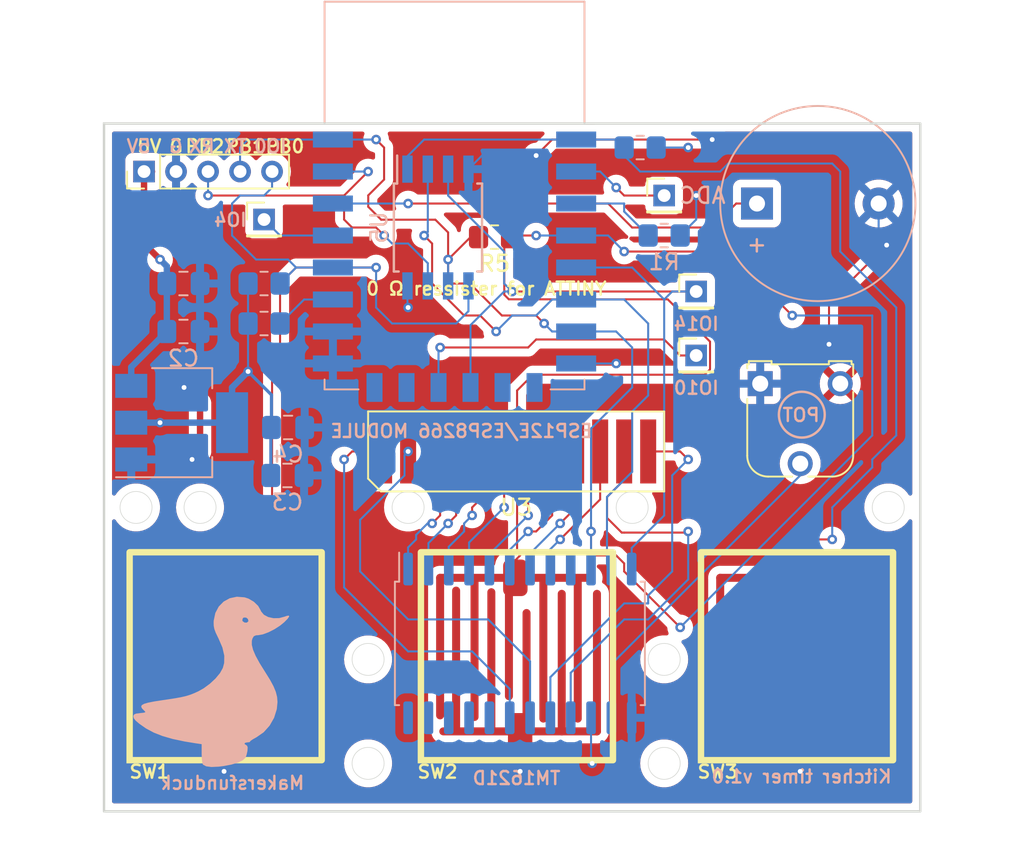
<source format=kicad_pcb>
(kicad_pcb (version 20221018) (generator pcbnew)
  (layers (0 "F.Cu" mixed "Front") (31 "B.Cu" signal "Back") (34 "B.Paste" user) (35 "F.Paste" user) (36 "B.SilkS" user "B.Silkscreen") (37 "F.SilkS" user "F.Silkscreen") (38 "B.Mask" user) (39 "F.Mask" user) (44 "Edge.Cuts" user))
  (net 0 "")
  (net 1 "IO5")
  (net 2 "5V")
  (net 3 "ADC")
  (net 4 "IO0")
  (net 5 "IO14")
  (net 6 "IO12")
  (net 7 "CSO")
  (net 8 "MISO")
  (net 9 "IO13")
  (net 10 "IO10")
  (net 11 "MOSI")
  (net 12 "SCLK")
  (net 13 "RST")
  (net 14 "GND")
  (net 15 "IO4")
  (net 16 "Net-(U1-EN)")
  (net 17 "Net-(U1-GPIO2)")
  (net 18 "SEG1")
  (net 19 "SEG2")
  (net 20 "SEG3")
  (net 21 "SEG4")
  (net 22 "SEG5")
  (net 23 "SEG6")
  (net 24 "SEG8")
  (net 26 "Net-(U2-VLCD)")
  (net 27 "COM0")
  (net 28 "COM1")
  (net 29 "COM2")
  (net 30 "COM3")
  (net 31 "SEG7")
  (net 37 "+3.3V")
  (net 38 "PB2")
  (net 39 "IO16")
  (footprint "lcd:contact pad" (layer "F.Cu") (at 130.8 110 90)
    (fp_text reference "SW2" hide)
    (fp_text value "SW_Push" hide)
  )
  (footprint "Resistor_SMD:R_0805_2012Metric_Pad1.20x1.40mm_HandSolder" (layer "F.Cu") (at 124.4 84.1 180)
    (fp_text reference "R5")
    (fp_text value "0Ω")
  )
  (footprint "Connector_PinHeader_2.00mm:PinHeader_1x01_P2.00mm_Vertical" (layer "F.Cu") (at 135 81.5)
    (fp_text reference "J5" hide)
    (fp_text value "Conn_01x01")
  )
  (footprint "lcd:contact pad" (layer "F.Cu") (at 112.6 110 90)
    (fp_text reference "SW1" hide)
    (fp_text value "SW_Push" hide)
  )
  (footprint "Potentiometer_THT:Potentiometer_Runtron_RM-065_Vertical" (layer "F.Cu") (at 141 93.26)
    (fp_text reference "RV1" hide)
    (fp_text value "R_Potentiometer" hide)
  )
  (footprint "lcd:bare-lcd-footprint12" (layer "F.Cu") (at 125.75 97.5)
    (fp_text reference "U3")
    (fp_text value "bare-lcd")
  )
  (footprint "lcd:contact pad" (layer "F.Cu") (at 148.3 110 90)
    (fp_text reference "SW3" hide)
    (fp_text value "SW_Push" hide)
  )
  (footprint "Connector_PinHeader_2.00mm:PinHeader_1x01_P2.00mm_Vertical" (layer "F.Cu") (at 110 83)
    (fp_text reference "J4" hide)
    (fp_text value "Conn_01x01" hide)
  )
  (footprint "Connector_PinHeader_2.00mm:PinHeader_1x01_P2.00mm_Vertical" (layer "F.Cu") (at 137 87.5)
    (fp_text reference "J2" hide)
    (fp_text value "Conn_01x01" hide)
  )
  (footprint "Connector_PinHeader_2.00mm:PinHeader_1x01_P2.00mm_Vertical" (layer "F.Cu") (at 137 91.5)
    (fp_text reference "J3" hide)
    (fp_text value "Conn_01x01" hide)
  )
  (footprint "Connector_PinHeader_2.00mm:PinHeader_1x05_P2.00mm_Vertical" (layer "F.Cu") (at 102.5 80 90)
    (fp_text reference "J1" hide)
    (fp_text value "Conn_01x05" hide)
  )
  (footprint "Resistor_SMD:R_0805_2012Metric_Pad1.20x1.40mm_HandSolder" (layer "B.Cu") (at 133.5 78.5 180)
    (fp_text reference "R2" hide)
    (fp_text value "1k")
  )
  (footprint "Capacitor_SMD:C_0805_2012Metric_Pad1.18x1.45mm_HandSolder" (layer "B.Cu") (at 111.4625 99)
    (fp_text reference "C3")
    (fp_text value "10uF")
  )
  (footprint "Resistor_SMD:R_0805_2012Metric_Pad1.20x1.40mm_HandSolder" (layer "B.Cu") (at 110 87)
    (fp_text reference "R3" hide)
    (fp_text value "1K")
  )
  (footprint "Resistor_SMD:R_0805_2012Metric_Pad1.20x1.40mm_HandSolder" (layer "B.Cu") (at 135 84)
    (fp_text reference "R1")
    (fp_text value "1k")
  )
  (footprint "Capacitor_SMD:C_0805_2012Metric_Pad1.18x1.45mm_HandSolder" (layer "B.Cu") (at 111.5 96)
    (fp_text reference "C4")
    (fp_text value "100nF")
  )
  (footprint "Capacitor_SMD:C_0805_2012Metric_Pad1.18x1.45mm_HandSolder" (layer "B.Cu") (at 104.9625 87)
    (fp_text reference "C1" hide)
    (fp_text value "10uF")
  )
  (footprint "Package_SO:SOIC-8W_5.3x5.3mm_P1.27mm" (layer "B.Cu") (at 120.865 83.5 -90)
    (fp_text reference "U5")
    (fp_text value "ATtiny13A-S")
  )
  (footprint "lcd:duck" (layer "B.Cu") (at 108.1 113.8 180)
    (fp_text reference "G***" hide)
    (fp_text value "LOGO" hide)
  )
  (footprint "RF_Module:ESP-12E" (layer "B.Cu") (at 121.9 81.5 180)
    (fp_text reference "U1" hide)
    (fp_text value "ESP-12E")
  )
  (footprint "Package_TO_SOT_SMD:SOT-223-3_TabPin2" (layer "B.Cu") (at 104.85 95.7)
    (fp_text reference "U4" hide)
    (fp_text value "AMS1117-3.3")
  )
  (footprint "Capacitor_SMD:C_0805_2012Metric_Pad1.18x1.45mm_HandSolder" (layer "B.Cu") (at 104.9625 90)
    (fp_text reference "C2")
    (fp_text value "100nF")
  )
  (footprint "Buzzer_Beeper:Buzzer_12x9.5RM7.6" (layer "B.Cu") (at 140.8 82)
    (fp_text reference "BZ1" hide)
    (fp_text value "Buzzer")
  )
  (footprint "Resistor_SMD:R_0805_2012Metric_Pad1.20x1.40mm_HandSolder" (layer "B.Cu") (at 110 89.5)
    (fp_text reference "R4" hide)
    (fp_text value "1k")
  )
  (footprint "Package_SO:SOIC-24W_7.5x15.4mm_P1.27mm" (layer "B.Cu") (at 125.985 109.5 -90)
    (fp_text reference "U2" hide)
    (fp_text value "TM1621D")
  )
  (gr_circle (center 143.6 95.2) (end 144.9 95.801785) (stroke (width 0.1524)) (fill none) (layer "B.SilkS"))
  (gr_rect (start 100 77) (end 151 120) (stroke (width 0.15)) (fill none) (layer "Edge.Cuts"))
  (gr_circle (center 149 101) (end 150 101) (stroke (width 0.0381)) (fill none) (layer "Edge.Cuts"))
  (gr_circle (center 116.5 117) (end 117.5 117) (stroke (width 0.0381)) (fill none) (layer "Edge.Cuts"))
  (gr_circle (center 133 101) (end 134 101) (stroke (width 0.0381)) (fill none) (layer "Edge.Cuts"))
  (gr_circle (center 135 110.5) (end 136 110.5) (stroke (width 0.0381)) (fill none) (layer "Edge.Cuts"))
  (gr_circle (center 106 101) (end 107 101) (stroke (width 0.0381)) (fill none) (layer "Edge.Cuts"))
  (gr_circle (center 102 101) (end 103 101) (stroke (width 0.0381)) (fill none) (layer "Edge.Cuts"))
  (gr_circle (center 135 117) (end 136 117) (stroke (width 0.0381)) (fill none) (layer "Edge.Cuts"))
  (gr_circle (center 116.5 110.5) (end 117.5 110.5) (stroke (width 0.0381)) (fill none) (layer "Edge.Cuts"))
  (gr_circle (center 119 101) (end 120 101) (stroke (width 0.0381)) (fill none) (layer "Edge.Cuts"))
  (gr_text "IO4" (at 109 83.5) (layer "B.SilkS") (effects (font (size 0.8128 0.8128) (thickness 0.1524) bold) (justify left bottom mirror)))
  (gr_text "POT" (at 144.8 95.7) (layer "B.SilkS") (effects (font (size 0.8128 0.8128) (thickness 0.1524) bold) (justify left bottom mirror)))
  (gr_text "TX" (at 109 78.9) (layer "B.SilkS") (effects (font (size 0.8128 0.8128) (thickness 0.1524) bold) (justify left bottom mirror)))
  (gr_text "TM1621D" (at 128.6 118.4) (layer "B.SilkS") (effects (font (size 0.8128 0.8128) (thickness 0.1524) bold) (justify left bottom mirror)))
  (gr_text "Makersfunduck" (at 112.6 118.7) (layer "B.SilkS") (effects (font (size 0.8128 0.8128) (thickness 0.1524) bold) (justify left bottom mirror)))
  (gr_text "IO10" (at 138.5 94) (layer "B.SilkS") (effects (font (size 0.8128 0.8128) (thickness 0.1524) bold) (justify left bottom mirror)))
  (gr_text "ADC" (at 137.4 81.5) (layer "B.SilkS") (effects (font (size 1 1)) (justify mirror)))
  (gr_text "ESP12E/ESP8266 MODULE\n" (at 130.6 96.7) (layer "B.SilkS") (effects (font (size 0.8128 0.8128) (thickness 0.1524) bold) (justify left bottom mirror)))
  (gr_text "IO14" (at 138.5 90) (layer "B.SilkS") (effects (font (size 0.8128 0.8128) (thickness 0.1524) bold) (justify left bottom mirror)))
  (gr_text "RX" (at 107 78.9) (layer "B.SilkS") (effects (font (size 0.8128 0.8128) (thickness 0.1524) bold) (justify left bottom mirror)))
  (gr_text "Kitcher timer v1.0" (at 149.3 118.3) (layer "B.SilkS") (effects (font (size 0.8128 0.8128) (thickness 0.1524) bold) (justify left bottom mirror)))
  (gr_text "IO0" (at 111.5 78.9) (layer "B.SilkS") (effects (font (size 0.8128 0.8128) (thickness 0.1524) bold) (justify left bottom mirror)))
  (gr_text "G" (at 105 78.9) (layer "B.SilkS") (effects (font (size 0.8128 0.8128) (thickness 0.1524) bold) (justify left bottom mirror)))
  (gr_text "5V" (at 103 78.9) (layer "B.SilkS") (effects (font (size 0.8128 0.8128) (thickness 0.1524) bold) (justify left bottom mirror)))
  (gr_text "SW3" (at 137 118) (layer "F.SilkS") (effects (font (size 0.8128 0.8128) (thickness 0.1524) bold) (justify left bottom)))
  (gr_text "G" (at 104 78.9) (layer "F.SilkS") (effects (font (size 0.8128 0.8128) (thickness 0.1524) bold) (justify left bottom)))
  (gr_text "PB1" (at 107.53 78.9) (layer "F.SilkS") (effects (font (size 0.8128 0.8128) (thickness 0.1524) bold) (justify left bottom)))
  (gr_text "PB2\n" (at 105 78.9) (layer "F.SilkS") (effects (font (size 0.8128 0.8128) (thickness 0.1524) bold) (justify left bottom)))
  (gr_text "PB0" (at 110 78.9) (layer "F.SilkS") (effects (font (size 0.8128 0.8128) (thickness 0.1524) bold) (justify left bottom)))
  (gr_text "SW2\n" (at 119.5 118) (layer "F.SilkS") (effects (font (size 0.8128 0.8128) (thickness 0.1524) bold) (justify left bottom)))
  (gr_text "5V" (at 102 78.9) (layer "F.SilkS") (effects (font (size 0.8128 0.8128) (thickness 0.1524) bold) (justify left bottom)))
  (gr_text "0 Ω ressister for ATTINY" (at 116.3 87.8) (layer "F.SilkS") (effects (font (size 0.8128 0.8128) (thickness 0.1524) bold) (justify left bottom)))
  (gr_text "SW1" (at 101.5 118) (layer "F.SilkS") (effects (font (size 0.8128 0.8128) (thickness 0.1524) bold) (justify left bottom)))
  (segment (start 138 83.5) (end 139.5 82) (width 0.127) (layer "F.Cu") (net 1))
  (segment (start 131.5 82) (end 133 83.5) (width 0.127) (layer "F.Cu") (net 1))
  (segment (start 139.5 82) (end 140.9 82) (width 0.127) (layer "F.Cu") (net 1))
  (segment (start 119 82) (end 131.5 82) (width 0.127) (layer "F.Cu") (net 1))
  (segment (start 133 83.5) (end 138 83.5) (width 0.127) (layer "F.Cu") (net 1))
  (via (at 119 82) (size 0.6) (drill 0.3) (layers "F.Cu" "B.Cu") (net 1))
  (segment (start 114.3 82) (end 119 82) (width 0.127) (layer "B.Cu") (net 1))
  (segment (start 102.5 80.5) (end 102.5 84.5) (width 0.4) (layer "F.Cu") (net 2))
  (segment (start 102.5 84.5) (end 103.5 85.5) (width 0.4) (layer "F.Cu") (net 2))
  (segment (start 103 80) (end 102.5 80.5) (width 0.4) (layer "F.Cu") (net 2))
  (via (at 103.5 85.5) (size 0.6) (drill 0.3) (layers "F.Cu" "B.Cu") (net 2))
  (segment (start 103.925 87) (end 103.925 90) (width 0.4) (layer "B.Cu") (net 2))
  (segment (start 101.7 93.4) (end 101.7 92.225) (width 0.4) (layer "B.Cu") (net 2))
  (segment (start 103.925 87) (end 103.925 85.925) (width 0.4) (layer "B.Cu") (net 2))
  (segment (start 101.7 92.225) (end 103.925 90) (width 0.4) (layer "B.Cu") (net 2))
  (segment (start 103.925 85.925) (end 103.5 85.5) (width 0.4) (layer "B.Cu") (net 2))
  (segment (start 132 81) (end 132.5 81.5) (width 0.127) (layer "F.Cu") (net 3))
  (segment (start 132.5 81.5) (end 135 81.5) (width 0.127) (layer "F.Cu") (net 3))
  (via (at 132 81) (size 0.6) (drill 0.3) (layers "F.Cu" "B.Cu") (net 3))
  (segment (start 129.5 80) (end 131 80) (width 0.127) (layer "B.Cu") (net 3))
  (segment (start 131 80) (end 132 81) (width 0.127) (layer "B.Cu") (net 3))
  (segment (start 112 86) (end 111 87) (width 0.127) (layer "F.Cu") (net 4))
  (segment (start 110.5 101.5) (end 109 103) (width 0.127) (layer "F.Cu") (net 4))
  (segment (start 117 86) (end 112 86) (width 0.127) (layer "F.Cu") (net 4))
  (segment (start 107.5 103.5) (end 107.5 104.9595) (width 0.127) (layer "F.Cu") (net 4))
  (segment (start 111 92) (end 110.5 92.5) (width 0.127) (layer "F.Cu") (net 4))
  (segment (start 111 87) (end 111 92) (width 0.127) (layer "F.Cu") (net 4))
  (segment (start 109 103) (end 108 103) (width 0.127) (layer "F.Cu") (net 4))
  (segment (start 108 104.9) (end 107.9405 104.9595) (width 0.127) (layer "F.Cu") (net 4))
  (segment (start 110.5 92.5) (end 110.5 101.5) (width 0.127) (layer "F.Cu") (net 4))
  (segment (start 108 103) (end 107.5 103.5) (width 0.127) (layer "F.Cu") (net 4))
  (via (at 117 86) (size 0.6) (drill 0.3) (layers "F.Cu" "B.Cu") (net 4))
  (segment (start 122 89.5) (end 122.77 88.73) (width 0.127) (layer "B.Cu") (net 4))
  (segment (start 111 87) (end 112 86) (width 0.127) (layer "B.Cu") (net 4))
  (segment (start 117 86) (end 117 88.5) (width 0.127) (layer "B.Cu") (net 4))
  (segment (start 108 82) (end 108 84) (width 0.127) (layer "B.Cu") (net 4))
  (segment (start 108 84) (end 109.5 85.5) (width 0.127) (layer "B.Cu") (net 4))
  (segment (start 111.5 85.5) (end 112 86) (width 0.127) (layer "B.Cu") (net 4))
  (segment (start 117 88.5) (end 118 89.5) (width 0.127) (layer "B.Cu") (net 4))
  (segment (start 114.3 86) (end 117 86) (width 0.127) (layer "B.Cu") (net 4))
  (segment (start 122.77 88.73) (end 122.77 87.15) (width 0.127) (layer "B.Cu") (net 4))
  (segment (start 109.5 85.5) (end 111.5 85.5) (width 0.127) (layer "B.Cu") (net 4))
  (segment (start 110 81.5) (end 110.5 81) (width 0.127) (layer "B.Cu") (net 4))
  (segment (start 108.5 81.5) (end 110 81.5) (width 0.127) (layer "B.Cu") (net 4))
  (segment (start 110.5 81) (end 110.5 80) (width 0.127) (layer "B.Cu") (net 4))
  (segment (start 112 86) (end 114.3 86) (width 0.127) (layer "B.Cu") (net 4))
  (segment (start 118 89.5) (end 122 89.5) (width 0.127) (layer "B.Cu") (net 4))
  (segment (start 108 82) (end 108.5 81.5) (width 0.127) (layer "B.Cu") (net 4))
  (segment (start 125.5 87.5) (end 137 87.5) (width 0.127) (layer "F.Cu") (net 5))
  (via (at 125.5 87.5) (size 0.6) (drill 0.3) (layers "F.Cu" "B.Cu") (net 5))
  (segment (start 121.5 81.5) (end 125 85) (width 0.127) (layer "B.Cu") (net 5))
  (segment (start 121.5 79.85) (end 121.5 81.5) (width 0.127) (layer "B.Cu") (net 5))
  (segment (start 135 88) (end 135.5 87.5) (width 0.127) (layer "B.Cu") (net 5))
  (segment (start 133 86) (end 135 88) (width 0.127) (layer "B.Cu") (net 5))
  (segment (start 125 87.5) (end 125.5 87.5) (width 0.127) (layer "B.Cu") (net 5))
  (segment (start 135 88) (end 135 101.5) (width 0.127) (layer "B.Cu") (net 5))
  (segment (start 129.5 86) (end 133 86) (width 0.127) (layer "B.Cu") (net 5))
  (segment (start 132.97 103.53) (end 132.97 104.85) (width 0.127) (layer "B.Cu") (net 5))
  (segment (start 122.9 89.6) (end 125 87.5) (width 0.127) (layer "B.Cu") (net 5))
  (segment (start 125 87) (end 125.5 87.5) (width 0.127) (layer "B.Cu") (net 5))
  (segment (start 135.5 87.5) (end 137 87.5) (width 0.127) (layer "B.Cu") (net 5))
  (segment (start 135 101.5) (end 132.97 103.53) (width 0.127) (layer "B.Cu") (net 5))
  (segment (start 125 85) (end 125 87) (width 0.127) (layer "B.Cu") (net 5))
  (segment (start 122.9 93.5) (end 122.9 89.6) (width 0.127) (layer "B.Cu") (net 5))
  (segment (start 120.5 87) (end 120.5 84.5) (width 0.127) (layer "F.Cu") (net 6))
  (segment (start 122.5 89) (end 120.5 87) (width 0.127) (layer "F.Cu") (net 6))
  (segment (start 123.5 89) (end 122.5 89) (width 0.127) (layer "F.Cu") (net 6))
  (segment (start 124.5 90) (end 123.5 89) (width 0.127) (layer "F.Cu") (net 6))
  (segment (start 120.5 84.5) (end 120 84) (width 0.127) (layer "F.Cu") (net 6))
  (via (at 124.5 90) (size 0.6) (drill 0.3) (layers "F.Cu" "B.Cu") (net 6))
  (via (at 120 84) (size 0.6) (drill 0.3) (layers "F.Cu" "B.Cu") (net 6))
  (segment (start 127 89) (end 128 88) (width 0.127) (layer "B.Cu") (net 6))
  (segment (start 133 95) (end 134 94) (width 0.127) (layer "B.Cu") (net 6))
  (segment (start 131.425991 104.575991) (end 131.425991 100.348736) (width 0.127) (layer "B.Cu") (net 6))
  (segment (start 125.5 89) (end 127 89) (width 0.127) (layer "B.Cu") (net 6))
  (segment (start 124.5 90) (end 125.5 89) (width 0.127) (layer "B.Cu") (net 6))
  (segment (start 120.23 83.77) (end 120.23 79.85) (width 0.127) (layer "B.Cu") (net 6))
  (segment (start 120 84) (end 120.23 83.77) (width 0.127) (layer "B.Cu") (net 6))
  (segment (start 133 98.774727) (end 133 95) (width 0.127) (layer "B.Cu") (net 6))
  (segment (start 134 94) (end 134 89.5) (width 0.127) (layer "B.Cu") (net 6))
  (segment (start 131.7 104.85) (end 131.425991 104.575991) (width 0.127) (layer "B.Cu") (net 6))
  (segment (start 132.5 88) (end 129.5 88) (width 0.127) (layer "B.Cu") (net 6))
  (segment (start 128 88) (end 129.5 88) (width 0.127) (layer "B.Cu") (net 6))
  (segment (start 134 89.5) (end 132.5 88) (width 0.127) (layer "B.Cu") (net 6))
  (segment (start 131.425991 100.348736) (end 133 98.774727) (width 0.127) (layer "B.Cu") (net 6))
  (segment (start 139 85) (end 143 89) (width 0.127) (layer "F.Cu") (net 9))
  (segment (start 117.5 80.5) (end 116.5095 81.4905) (width 0.127) (layer "F.Cu") (net 9))
  (segment (start 121.5 85.5) (end 121.5 87) (width 0.127) (layer "F.Cu") (net 9))
  (segment (start 121.5 83.806328) (end 121.5 85.5) (width 0.127) (layer "F.Cu") (net 9))
  (segment (start 132 104) (end 130.4 104) (width 0.127) (layer "F.Cu") (net 9))
  (segment (start 132.5 104.5) (end 132 104) (width 0.127) (layer "F.Cu") (net 9))
  (segment (start 123.5 84) (end 123 84) (width 0.127) (layer "F.Cu") (net 9))
  (segment (start 132.5 85) (end 139 85) (width 0.127) (layer "F.Cu") (net 9))
  (segment (start 136 108.5) (end 132.5 105) (width 0.127) (layer "F.Cu") (net 9))
  (segment (start 123 84) (end 121.5 85.5) (width 0.127) (layer "F.Cu") (net 9))
  (segment (start 130.4 104) (end 130.43 103.97) (width 0.127) (layer "F.Cu") (net 9))
  (segment (start 124.85921 89) (end 127 89) (width 0.127) (layer "F.Cu") (net 9))
  (segment (start 121.5 87) (end 122.85921 87) (width 0.127) (layer "F.Cu") (net 9))
  (segment (start 117.5 78.5) (end 117.5 80.5) (width 0.127) (layer "F.Cu") (net 9))
  (segment (start 117 78) (end 117.5 78.5) (width 0.127) (layer "F.Cu") (net 9))
  (segment (start 122.85921 87) (end 124.85921 89) (width 0.127) (layer "F.Cu") (net 9))
  (segment (start 117.315828 83.0095) (end 120.703172 83.0095) (width 0.127) (layer "F.Cu") (net 9))
  (segment (start 127 89) (end 127.5 89.5) (width 0.127) (layer "F.Cu") (net 9))
  (segment (start 120.703172 83.0095) (end 121.5 83.806328) (width 0.127) (layer "F.Cu") (net 9))
  (segment (start 130.43 103.97) (end 130.43 102.5) (width 0.127) (layer "F.Cu") (net 9))
  (segment (start 116.5095 82.203172) (end 117.315828 83.0095) (width 0.127) (layer "F.Cu") (net 9))
  (segment (start 116.5095 81.4905) (end 116.5095 82.203172) (width 0.127) (layer "F.Cu") (net 9))
  (segment (start 132.5 105) (end 132.5 104.5) (width 0.127) (layer "F.Cu") (net 9))
  (via (at 143 89) (size 0.6) (drill 0.3) (layers "F.Cu" "B.Cu") (net 9))
  (via (at 130.43 102.5) (size 0.6) (drill 0.3) (layers "F.Cu" "B.Cu") (net 9))
  (via (at 117 78) (size 0.6) (drill 0.3) (layers "F.Cu" "B.Cu") (net 9))
  (via (at 127.5 89.5) (size 0.6) (drill 0.3) (layers "F.Cu" "B.Cu") (net 9))
  (via (at 132.5 85) (size 0.6) (drill 0.3) (layers "F.Cu" "B.Cu") (net 9))
  (via (at 121.5 85.5) (size 0.6) (drill 0.3) (layers "F.Cu" "B.Cu") (net 9))
  (via (at 136 108.5) (size 0.6) (drill 0.3) (layers "F.Cu" "B.Cu") (net 9))
  (segment (start 133 91) (end 133 93.5) (width 0.127) (layer "B.Cu") (net 9))
  (segment (start 130.43 102.5) (end 130.43 104.85) (width 0.127) (layer "B.Cu") (net 9))
  (segment (start 130.43 96.07) (end 130.43 102.5) (width 0.127) (layer "B.Cu") (net 9))
  (segment (start 108.5 79.5) (end 108.5 78.5) (width 0.127) (layer "B.Cu") (net 9))
  (segment (start 129.5 90) (end 132 90) (width 0.127) (layer "B.Cu") (net 9))
  (segment (start 128 90) (end 127.5 89.5) (width 0.127) (layer "B.Cu") (net 9))
  (segment (start 132.5 85) (end 131.5 84) (width 0.127) (layer "B.Cu") (net 9))
  (segment (start 133 93.5) (end 130.43 96.07) (width 0.127) (layer "B.Cu") (net 9))
  (segment (start 121.5 87.15) (end 121.5 85.5) (width 0.127) (layer "B.Cu") (net 9))
  (segment (start 148 96.5) (end 136 108.5) (width 0.127) (layer "B.Cu") (net 9))
  (segment (start 108.5 78.5) (end 109 78) (width 0.127) (layer "B.Cu") (net 9))
  (segment (start 148 89) (end 148 96.5) (width 0.127) (layer "B.Cu") (net 9))
  (segment (start 114.3 78) (end 117 78) (width 0.127) (layer "B.Cu") (net 9))
  (segment (start 109 78) (end 114.3 78) (width 0.127) (layer "B.Cu") (net 9))
  (segment (start 131.5 84) (end 129.5 84) (width 0.127) (layer "B.Cu") (net 9))
  (segment (start 143 89) (end 148 89) (width 0.127) (layer "B.Cu") (net 9))
  (segment (start 132 90) (end 133 91) (width 0.127) (layer "B.Cu") (net 9))
  (segment (start 129.5 90) (end 128 90) (width 0.127) (layer "B.Cu") (net 9))
  (segment (start 126.5 91) (end 127 90.5) (width 0.127) (layer "F.Cu") (net 10))
  (segment (start 136 91.5) (end 137 91.5) (width 0.127) (layer "F.Cu") (net 10))
  (segment (start 127 90.5) (end 135 90.5) (width 0.127) (layer "F.Cu") (net 10))
  (segment (start 135 90.5) (end 136 91.5) (width 0.127) (layer "F.Cu") (net 10))
  (segment (start 121 91) (end 126.5 91) (width 0.127) (layer "F.Cu") (net 10))
  (via (at 121 91) (size 0.6) (drill 0.3) (layers "F.Cu" "B.Cu") (net 10))
  (segment (start 120.9 93.5) (end 120.9 91.1) (width 0.127) (layer "B.Cu") (net 10))
  (segment (start 120.9 91.1) (end 121 91) (width 0.127) (layer "B.Cu") (net 10))
  (segment (start 143.2 103.8) (end 143.2 104.9595) (width 0.127) (layer "F.Cu") (net 13))
  (segment (start 144 103) (end 143.2 103.8) (width 0.127) (layer "F.Cu") (net 13))
  (segment (start 145.5 103) (end 144 103) (width 0.127) (layer "F.Cu") (net 13))
  (via (at 145.5 103) (size 0.6) (drill 0.3) (layers "F.Cu" "B.Cu") (net 13))
  (segment (start 132.5 79) (end 133.5 80) (width 0.127) (layer "B.Cu") (net 13))
  (segment (start 120 78) (end 129.5 78) (width 0.127) (layer "B.Cu") (net 13))
  (segment (start 118.96 79.85) (end 118.96 79.04) (width 0.127) (layer "B.Cu") (net 13))
  (segment (start 139 79.5) (end 145.5 79.5) (width 0.127) (layer "B.Cu") (net 13))
  (segment (start 146 85) (end 149.5 88.5) (width 0.127) (layer "B.Cu") (net 13))
  (segment (start 118.96 79.04) (end 120 78) (width 0.127) (layer "B.Cu") (net 13))
  (segment (start 138.5 80) (end 139 79.5) (width 0.127) (layer "B.Cu") (net 13))
  (segment (start 148 98) (end 148 98.5) (width 0.127) (layer "B.Cu") (net 13))
  (segment (start 133.5 80) (end 138.5 80) (width 0.127) (layer "B.Cu") (net 13))
  (segment (start 146 80) (end 146 85) (width 0.127) (layer "B.Cu") (net 13))
  (segment (start 132 78) (end 132.5 78.5) (width 0.127) (layer "B.Cu") (net 13))
  (segment (start 149.5 96.5) (end 148 98) (width 0.127) (layer "B.Cu") (net 13))
  (segment (start 145.5 79.5) (end 146 80) (width 0.127) (layer "B.Cu") (net 13))
  (segment (start 145.5 101) (end 145.5 103) (width 0.127) (layer "B.Cu") (net 13))
  (segment (start 149.5 88.5) (end 149.5 96.5) (width 0.127) (layer "B.Cu") (net 13))
  (segment (start 148 98.5) (end 145.5 101) (width 0.127) (layer "B.Cu") (net 13))
  (segment (start 132.5 78.5) (end 132.5 79) (width 0.127) (layer "B.Cu") (net 13))
  (segment (start 129.5 78) (end 132 78) (width 0.127) (layer "B.Cu") (net 13))
  (segment (start 145.3 88.2) (end 145.3 90.8) (width 0.127) (layer "F.Cu") (net 14))
  (segment (start 128 78) (end 138 78) (width 0.127) (layer "F.Cu") (net 14))
  (segment (start 105 93.5) (end 106 94.5) (width 0.4) (layer "F.Cu") (net 14))
  (segment (start 106 97.5) (end 105.5 98) (width 0.4) (layer "F.Cu") (net 14))
  (segment (start 126 117.5) (end 126 115.4405) (width 0.127) (layer "F.Cu") (net 14))
  (segment (start 148.9 84.6) (end 145.3 88.2) (width 0.127) (layer "F.Cu") (net 14))
  (segment (start 143.5 117.5) (end 143.5 115.4405) (width 0.127) (layer "F.Cu") (net 14))
  (segment (start 107.5 115.4405) (end 107.8 115.4405) (width 0.127) (layer "F.Cu") (net 14))
  (segment (start 106 94.5) (end 106 97.5) (width 0.4) (layer "F.Cu") (net 14))
  (segment (start 107.5 117) (end 107.5 116.0405) (width 0.127) (layer "F.Cu") (net 14))
  (segment (start 127 79) (end 128 78) (width 0.127) (layer "F.Cu") (net 14))
  (segment (start 107.5 117.5) (end 107.5 115.4405) (width 0.127) (layer "F.Cu") (net 14))
  (via (at 107.5 117.5) (size 0.6) (drill 0.3) (layers "F.Cu" "B.Cu") (net 14))
  (via (at 138 78) (size 0.6) (drill 0.3) (layers "F.Cu" "B.Cu") (net 14))
  (via (at 105.5 98) (size 0.6) (drill 0.3) (layers "F.Cu" "B.Cu") (net 14))
  (via (at 148.9 84.6) (size 0.6) (drill 0.3) (layers "F.Cu" "B.Cu") (net 14))
  (via (at 143.5 117.5) (size 0.6) (drill 0.3) (layers "F.Cu" "B.Cu") (net 14))
  (via (at 126 117.5) (size 0.6) (drill 0.3) (layers "F.Cu" "B.Cu") (net 14))
  (via (at 127 79) (size 0.6) (drill 0.3) (layers "F.Cu" "B.Cu") (net 14))
  (via (at 145.3 90.8) (size 0.6) (drill 0.3) (layers "F.Cu" "B.Cu") (net 14))
  (via (at 105 93.5) (size 0.6) (drill 0.3) (layers "F.Cu" "B.Cu") (net 14))
  (segment (start 132.97 114.15) (end 132.97 116.03) (width 0.127) (layer "B.Cu") (net 14))
  (segment (start 122.77 79.85) (end 123.62 79) (width 0.127) (layer "B.Cu") (net 14))
  (segment (start 106 92.5) (end 105 93.5) (width 0.127) (layer "B.Cu") (net 14))
  (segment (start 132.97 116.03) (end 131 118) (width 0.127) (layer "B.Cu") (net 14))
  (segment (start 148.4 84.1) (end 148.9 84.6) (width 0.127) (layer "B.Cu") (net 14))
  (segment (start 131 118) (end 126.5 118) (width 0.127) (layer "B.Cu") (net 14))
  (segment (start 126.5 118) (end 126 117.5) (width 0.127) (layer "B.Cu") (net 14))
  (segment (start 142.84 93.26) (end 141 93.26) (width 0.127) (layer "B.Cu") (net 14))
  (segment (start 148.4 82) (end 148.4 84.1) (width 0.127) (layer "B.Cu") (net 14))
  (segment (start 145.3 90.8) (end 142.84 93.26) (width 0.127) (layer "B.Cu") (net 14))
  (segment (start 106 90) (end 106 92.5) (width 0.127) (layer "B.Cu") (net 14))
  (segment (start 123.62 79) (end 127 79) (width 0.127) (layer "B.Cu") (net 14))
  (segment (start 114.3 84) (end 111 84) (width 0.127) (layer "B.Cu") (net 15))
  (segment (start 111 84) (end 110 83) (width 0.127) (layer "B.Cu") (net 15))
  (segment (start 132.5 82) (end 129.5 82) (width 0.127) (layer "B.Cu") (net 16))
  (segment (start 132.5 82.5) (end 134 84) (width 0.127) (layer "B.Cu") (net 16))
  (segment (start 132.5 82) (end 132.5 82.5) (width 0.127) (layer "B.Cu") (net 16))
  (segment (start 112.5 88) (end 114.3 88) (width 0.127) (layer "B.Cu") (net 17))
  (segment (start 111 89.5) (end 112.5 88) (width 0.127) (layer "B.Cu") (net 17))
  (segment (start 121 100.5) (end 120.5 100) (width 0.127) (layer "F.Cu") (net 18))
  (segment (start 121 101.5) (end 121 100.5) (width 0.127) (layer "F.Cu") (net 18))
  (segment (start 120.5 100) (end 120.5 97.5) (width 0.127) (layer "F.Cu") (net 18))
  (segment (start 120.5 102) (end 121 101.5) (width 0.127) (layer "F.Cu") (net 18))
  (via (at 120.5 102) (size 0.6) (drill 0.3) (layers "F.Cu" "B.Cu") (net 18))
  (segment (start 120.215139 102) (end 120.5 102) (width 0.127) (layer "B.Cu") (net 18))
  (segment (start 119 103.5) (end 119.5 103) (width 0.127) (layer "B.Cu") (net 18))
  (segment (start 119 104.85) (end 119 103.5) (width 0.127) (layer "B.Cu") (net 18))
  (segment (start 119.5 102.715139) (end 120.215139 102) (width 0.127) (layer "B.Cu") (net 18))
  (segment (start 119.5 103) (end 119.5 102.715139) (width 0.127) (layer "B.Cu") (net 18))
  (segment (start 121.5 102) (end 122 101.5) (width 0.127) (layer "F.Cu") (net 19))
  (segment (start 122 101.5) (end 122 97.5) (width 0.127) (layer "F.Cu") (net 19))
  (via (at 121.5 102) (size 0.6) (drill 0.3) (layers "F.Cu" "B.Cu") (net 19))
  (segment (start 120.27 104.85) (end 120.27 103.23) (width 0.127) (layer "B.Cu") (net 19))
  (segment (start 120.27 103.23) (end 121.5 102) (width 0.127) (layer "B.Cu") (net 19))
  (segment (start 123.5 100.5) (end 123.5 97.5) (width 0.127) (layer "F.Cu") (net 20))
  (segment (start 123 101.5) (end 123 101) (width 0.127) (layer "F.Cu") (net 20))
  (segment (start 123 101) (end 123.5 100.5) (width 0.127) (layer "F.Cu") (net 20))
  (via (at 123 101.5) (size 0.6) (drill 0.3) (layers "F.Cu" "B.Cu") (net 20))
  (segment (start 122.5 102.5) (end 122.5 102) (width 0.127) (layer "B.Cu") (net 20))
  (segment (start 122.5 102) (end 123 101.5) (width 0.127) (layer "B.Cu") (net 20))
  (segment (start 121.54 103.46) (end 122.5 102.5) (width 0.127) (layer "B.Cu") (net 20))
  (segment (start 121.54 104.85) (end 121.54 103.46) (width 0.127) (layer "B.Cu") (net 20))
  (segment (start 125 101) (end 125 97.5) (width 0.127) (layer "F.Cu") (net 21))
  (via (at 125 101) (size 0.6) (drill 0.3) (layers "F.Cu" "B.Cu") (net 21))
  (segment (start 122.81 104.85) (end 122.81 103.19) (width 0.127) (layer "B.Cu") (net 21))
  (segment (start 122.81 103.19) (end 125 101) (width 0.127) (layer "B.Cu") (net 21))
  (segment (start 126.5 101.5) (end 126.5 97.5) (width 0.127) (layer "F.Cu") (net 22))
  (via (at 126.5 101.5) (size 0.6) (drill 0.3) (layers "F.Cu" "B.Cu") (net 22))
  (segment (start 124.08 103.92) (end 126.5 101.5) (width 0.127) (layer "B.Cu") (net 22))
  (segment (start 124.08 104.85) (end 124.08 103.92) (width 0.127) (layer "B.Cu") (net 22))
  (segment (start 127 102.5) (end 128 101.5) (width 0.127) (layer "F.Cu") (net 23))
  (segment (start 126.5 102.5) (end 127 102.5) (width 0.127) (layer "F.Cu") (net 23))
  (segment (start 128 101.5) (end 128 97.5) (width 0.127) (layer "F.Cu") (net 23))
  (via (at 126.5 102.5) (size 0.6) (drill 0.3) (layers "F.Cu" "B.Cu") (net 23))
  (segment (start 125.35 104.85) (end 125.35 103.65) (width 0.127) (layer "B.Cu") (net 23))
  (segment (start 125.35 103.65) (end 126.5 102.5) (width 0.127) (layer "B.Cu") (net 23))
  (segment (start 131 100.5) (end 131 97.5) (width 0.127) (layer "F.Cu") (net 24))
  (segment (start 128.5 103) (end 131 100.5) (width 0.127) (layer "F.Cu") (net 24))
  (via (at 128.5 103) (size 0.6) (drill 0.3) (layers "F.Cu" "B.Cu") (net 24))
  (segment (start 127.89 104.85) (end 127.89 103.61) (width 0.127) (layer "B.Cu") (net 24))
  (segment (start 127.89 103.61) (end 128.5 103) (width 0.127) (layer "B.Cu") (net 24))
  (segment (start 131.7 114.15) (end 131.7 110.8) (width 0.127) (layer "B.Cu") (net 26))
  (segment (start 131.7 110.8) (end 143.5 99) (width 0.127) (layer "B.Cu") (net 26))
  (segment (start 143.5 99) (end 143.5 98.26) (width 0.127) (layer "B.Cu") (net 26))
  (segment (start 131.431865 100.342862) (end 131.431865 101.657138) (width 0.127) (layer "F.Cu") (net 27))
  (segment (start 132.5 97.5) (end 132.5 99.274727) (width 0.127) (layer "F.Cu") (net 27))
  (segment (start 136.5 102.5) (end 136.42801 102.57199) (width 0.127) (layer "F.Cu") (net 27))
  (segment (start 132.5 99.274727) (end 131.431865 100.342862) (width 0.127) (layer "F.Cu") (net 27))
  (segment (start 132.346717 102.57199) (end 132.5 102.57199) (width 0.127) (layer "F.Cu") (net 27))
  (segment (start 136.42801 102.57199) (end 132.5 102.57199) (width 0.127) (layer "F.Cu") (net 27))
  (segment (start 131.431865 101.657138) (end 132.346717 102.57199) (width 0.127) (layer "F.Cu") (net 27))
  (via (at 136.5 102.5) (size 0.6) (drill 0.3) (layers "F.Cu" "B.Cu") (net 27))
  (segment (start 132.5 108) (end 134 108) (width 0.127) (layer "B.Cu") (net 27))
  (segment (start 129.16 114.15) (end 129.16 111.34) (width 0.127) (layer "B.Cu") (net 27))
  (segment (start 134 108) (end 136.5 105.5) (width 0.127) (layer "B.Cu") (net 27))
  (segment (start 129.16 111.34) (end 132.5 108) (width 0.127) (layer "B.Cu") (net 27))
  (segment (start 136.5 105.5) (end 136.5 102.5) (width 0.127) (layer "B.Cu") (net 27))
  (segment (start 136.5 98) (end 136 97.5) (width 0.127) (layer "F.Cu") (net 28))
  (segment (start 136 97.5) (end 134 97.5) (width 0.127) (layer "F.Cu") (net 28))
  (via (at 136.5 98) (size 0.6) (drill 0.3) (layers "F.Cu" "B.Cu") (net 28))
  (segment (start 134 106.5) (end 135.5 105) (width 0.127) (layer "B.Cu") (net 28))
  (segment (start 127.89 114.15) (end 127.89 111.61) (width 0.127) (layer "B.Cu") (net 28))
  (segment (start 134 107) (end 134 106.5) (width 0.127) (layer "B.Cu") (net 28))
  (segment (start 135.5 105) (end 135.5 99) (width 0.127) (layer "B.Cu") (net 28))
  (segment (start 127.89 111.61) (end 132.5 107) (width 0.127) (layer "B.Cu") (net 28))
  (segment (start 132.5 107) (end 134 107) (width 0.127) (layer "B.Cu") (net 28))
  (segment (start 135.5 99) (end 136.5 98) (width 0.127) (layer "B.Cu") (net 28))
  (via (at 119 97.5) (size 0.6) (drill 0.3) (layers "F.Cu" "B.Cu") (net 29))
  (segment (start 124 108) (end 126.62 110.62) (width 0.127) (layer "B.Cu") (net 29))
  (segment (start 116 105) (end 119 108) (width 0.127) (layer "B.Cu") (net 29))
  (segment (start 119 97.5) (end 118.774727 97.725273) (width 0.127) (layer "B.Cu") (net 29))
  (segment (start 119 108) (end 124 108) (width 0.127) (layer "B.Cu") (net 29))
  (segment (start 118.774727 97.725273) (end 118.774727 99) (width 0.127) (layer "B.Cu") (net 29))
  (segment (start 118.774727 99) (end 116 101.774727) (width 0.127) (layer "B.Cu") (net 29))
  (segment (start 126.62 110.62) (end 126.62 114.15) (width 0.127) (layer "B.Cu") (net 29))
  (segment (start 116 101.774727) (end 116 105) (width 0.127) (layer "B.Cu") (net 29))
  (segment (start 115.5 97.5) (end 117.5 97.5) (width 0.127) (layer "F.Cu") (net 30))
  (segment (start 115 98) (end 115.5 97.5) (width 0.127) (layer "F.Cu") (net 30))
  (via (at 115 98) (size 0.6) (drill 0.3) (layers "F.Cu" "B.Cu") (net 30))
  (segment (start 115 106) (end 115 98) (width 0.127) (layer "B.Cu") (net 30))
  (segment (start 125.35 112.35) (end 123 110) (width 0.127) (layer "B.Cu") (net 30))
  (segment (start 125.35 114.15) (end 125.35 112.35) (width 0.127) (layer "B.Cu") (net 30))
  (segment (start 123 110) (end 119 110) (width 0.127) (layer "B.Cu") (net 30))
  (segment (start 119 110) (end 115 106) (width 0.127) (layer "B.Cu") (net 30))
  (segment (start 128.5 102) (end 129.5 101) (width 0.127) (layer "F.Cu") (net 31))
  (segment (start 129.5 101) (end 129.5 97.5) (width 0.127) (layer "F.Cu") (net 31))
  (via (at 128.5 102) (size 0.6) (drill 0.3) (layers "F.Cu" "B.Cu") (net 31))
  (segment (start 127.5 103) (end 128.5 102) (width 0.127) (layer "B.Cu") (net 31))
  (segment (start 126.62 103.88) (end 127.5 103) (width 0.127) (layer "B.Cu") (net 31))
  (segment (start 126.62 104.85) (end 126.62 103.88) (width 0.127) (layer "B.Cu") (net 31))
  (segment (start 137 79) (end 136.5 78.5) (width 0.127) (layer "F.Cu") (net 37))
  (segment (start 137 81.5) (end 137 79) (width 0.127) (layer "F.Cu") (net 37))
  (segment (start 119 89.5) (end 114.5 94) (width 0.127) (layer "F.Cu") (net 37))
  (segment (start 119 88.5) (end 119 89) (width 0.127) (layer "F.Cu") (net 37))
  (via (at 132 92) (size 0.6) (drill 0.3) (layers "F.Cu" "B.Cu") (net 37))
  (via (at 137 81.5) (size 0.6) (drill 0.3) (layers "F.Cu" "B.Cu") (net 37))
  (via (at 103.5 95.7) (size 0.6) (drill 0.3) (layers "F.Cu" "B.Cu") (net 37))
  (via (at 130.5 117) (size 0.6) (drill 0.3) (layers "F.Cu" "B.Cu") (net 37))
  (via (at 119 88.5) (size 0.6) (drill 0.3) (layers "F.Cu" "B.Cu") (net 37))
  (via (at 136.5 78.5) (size 0.6) (drill 0.3) (layers "F.Cu" "B.Cu") (net 37))
  (via (at 109 92.5) (size 0.6) (drill 0.3) (layers "F.Cu" "B.Cu") (net 37))
  (segment (start 118.96 88.46) (end 119 88.5) (width 0.127) (layer "B.Cu") (net 37))
  (segment (start 109 92.5) (end 110.4625 93.9625) (width 0.2) (layer "B.Cu") (net 37))
  (segment (start 110.425 96.0375) (end 110.4625 96) (width 0.127) (layer "B.Cu") (net 37))
  (segment (start 109 89.5) (end 109 92.5) (width 0.127) (layer "B.Cu") (net 37))
  (segment (start 108 93.5) (end 108 95.7) (width 0.4) (layer "B.Cu") (net 37))
  (segment (start 134.5 78.5) (end 136.5 78.5) (width 0.127) (layer "B.Cu") (net 37))
  (segment (start 130.43 116.93) (end 130.43 114.15) (width 0.127) (layer "B.Cu") (net 37))
  (segment (start 118.96 87.15) (end 118.96 88.46) (width 0.127) (layer "B.Cu") (net 37))
  (segment (start 130.5 117) (end 130.43 116.93) (width 0.127) (layer "B.Cu") (net 37))
  (segment (start 110.425 99) (end 110.425 96.0375) (width 0.2) (layer "B.Cu") (net 37))
  (segment (start 101.7 95.7) (end 108 95.7) (width 0.4) (layer "B.Cu") (net 37))
  (segment (start 109 87) (end 109 89.5) (width 0.127) (layer "B.Cu") (net 37))
  (segment (start 137 83) (end 137 81.5) (width 0.127) (layer "B.Cu") (net 37))
  (segment (start 129.5 92) (end 132 92) (width 0.127) (layer "B.Cu") (net 37))
  (segment (start 136 84) (end 137 83) (width 0.127) (layer "B.Cu") (net 37))
  (segment (start 110.4625 93.9625) (end 110.4625 96) (width 0.2) (layer "B.Cu") (net 37))
  (segment (start 109 92.5) (end 108 93.5) (width 0.4) (layer "B.Cu") (net 37))
  (segment (start 106.5 81.5) (end 115 81.5) (width 0.127) (layer "F.Cu") (net 38))
  (segment (start 115 81.5) (end 115 83) (width 0.127) (layer "F.Cu") (net 38))
  (segment (start 117 83.5) (end 117.5 84) (width 0.127) (layer "F.Cu") (net 38))
  (segment (start 115.5 83.5) (end 117 83.5) (width 0.127) (layer "F.Cu") (net 38))
  (segment (start 115 83) (end 115.5 83.5) (width 0.127) (layer "F.Cu") (net 38))
  (segment (start 115 81.5) (end 116.5 80) (width 0.127) (layer "F.Cu") (net 38))
  (via (at 117.5 84) (size 0.6) (drill 0.3) (layers "F.Cu" "B.Cu") (net 38))
  (via (at 106.5 81.5) (size 0.6) (drill 0.3) (layers "F.Cu" "B.Cu") (net 38))
  (via (at 116.5 80) (size 0.6) (drill 0.3) (layers "F.Cu" "B.Cu") (net 38))
  (segment (start 120.23 87.15) (end 120.23 85.73) (width 0.127) (layer "B.Cu") (net 38))
  (segment (start 120.23 85.73) (end 119 84.5) (width 0.127) (layer "B.Cu") (net 38))
  (segment (start 119 84.5) (end 118 84.5) (width 0.127) (layer "B.Cu") (net 38))
  (segment (start 114.3 80) (end 116.5 80) (width 0.127) (layer "B.Cu") (net 38))
  (segment (start 106.5 80) (end 106.5 81.5) (width 0.127) (layer "B.Cu") (net 38))
  (segment (start 118 84.5) (end 117.5 84) (width 0.127) (layer "B.Cu") (net 38))
  (segment (start 125.5 84) (end 127 84) (width 0.127) (layer "F.Cu") (net 39))
  (segment (start 125.8095 103.8095) (end 125.8095 93.6905) (width 0.127) (layer "F.Cu") (net 39))
  (segment (start 137.8655 90.6345) (end 135.2215 87.9905) (width 0.127) (layer "F.Cu") (net 39))
  (segment (start 125.8095 93.6905) (end 126.8 92.7) (width 0.127) (layer "F.Cu") (net 39))
  (segment (start 137.531 92.7) (end 137.8655 92.3655) (width 0.127) (layer "F.Cu") (net 39))
  (segment (start 126 106) (end 126 106.0595) (width 0.127) (layer "F.Cu") (net 39))
  (segment (start 125.296828 87.9905) (end 125.0095 87.703172) (width 0.127) (layer "F.Cu") (net 39))
  (segment (start 126.8 92.7) (end 137.531 92.7) (width 0.127) (layer "F.Cu") (net 39))
  (segment (start 125.0095 84.4905) (end 125.4 84.1) (width 0.127) (layer "F.Cu") (net 39))
  (segment (start 137.8655 92.3655) (end 137.8655 90.6345) (width 0.127) (layer "F.Cu") (net 39))
  (segment (start 125.7 104.3) (end 125.7 104.9595) (width 0.127) (layer "F.Cu") (net 39))
  (segment (start 135.2215 87.9905) (end 125.296828 87.9905) (width 0.127) (layer "F.Cu") (net 39))
  (segment (start 125.0095 87.703172) (end 125.0095 84.4905) (width 0.127) (layer "F.Cu") (net 39))
  (segment (start 126 104) (end 125.7 104.3) (width 0.127) (layer "F.Cu") (net 39))
  (segment (start 126 104) (end 125.8095 103.8095) (width 0.127) (layer "F.Cu") (net 39))
  (via (at 127 84) (size 0.6) (drill 0.3) (layers "F.Cu" "B.Cu") (net 39))
  (segment (start 129.14079 84) (end 129.320395 84.179605) (width 0.127) (layer "B.Cu") (net 39))
  (segment (start 127 84) (end 129.14079 84) (width 0.127) (layer "B.Cu") (net 39))
  (zone (net 0) (net_name "") (layer "F.Cu") (connect_pads (clearance 0)) (min_thickness 0.25)
    (keepout (tracks allowed) (vias allowed) (pads allowed) (copperpour not_allowed) (footprints allowed))
    (fill (thermal_gap 0.5) (thermal_bridge_width 0.5))
    (polygon (pts (xy 116.5 100) (xy 135 100) (xy 135 95) (xy 116.5 95)))
  )
  (zone (net 37) (net_name "+3.3V") (layer "F.Cu") (connect_pads (clearance 0.5)) (min_thickness 0.25) (fill yes (thermal_gap 0.5) (thermal_bridge_width 0.5))
    (polygon (pts (xy 98.5 76.5) (xy 155.5 75.5) (xy 155 123) (xy 98 122) (xy 99 76.5)))
  )
  (zone (net 14) (net_name "GND") (layer "B.Cu") (priority 1) (connect_pads (clearance 0.5)) (min_thickness 0.25) (fill yes (thermal_gap 0.5) (thermal_bridge_width 0.5))
    (polygon (pts (xy 93.5 123.5) (xy 157.5 123) (xy 156 74.5) (xy 96.5 76) (xy 95 123.5)))
  )
)
</source>
